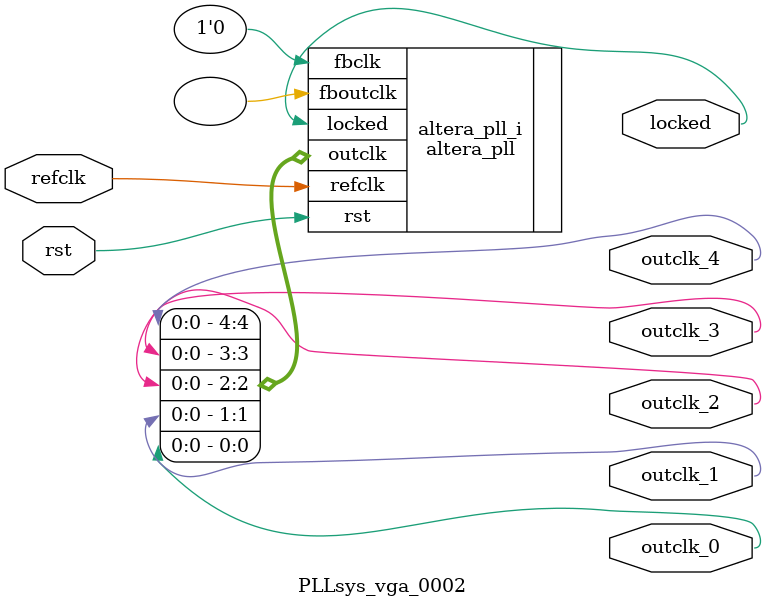
<source format=v>
`timescale 1ns/10ps
module  PLLsys_vga_0002(

	// interface 'refclk'
	input wire refclk,

	// interface 'reset'
	input wire rst,

	// interface 'outclk0'
	output wire outclk_0,

	// interface 'outclk1'
	output wire outclk_1,

	// interface 'outclk2'
	output wire outclk_2,

	// interface 'outclk3'
	output wire outclk_3,

	// interface 'outclk4'
	output wire outclk_4,

	// interface 'locked'
	output wire locked
);

	altera_pll #(
		.fractional_vco_multiplier("false"),
		.reference_clock_frequency("50.0 MHz"),
		.operation_mode("direct"),
		.number_of_clocks(5),
		.output_clock_frequency0("50.000000 MHz"),
		.phase_shift0("0 ps"),
		.duty_cycle0(50),
		.output_clock_frequency1("25.000000 MHz"),
		.phase_shift1("0 ps"),
		.duty_cycle1(50),
		.output_clock_frequency2("100.000000 MHz"),
		.phase_shift2("0 ps"),
		.duty_cycle2(50),
		.output_clock_frequency3("100.000000 MHz"),
		.phase_shift3("-3000 ps"),
		.duty_cycle3(50),
		.output_clock_frequency4("200.000000 MHz"),
		.phase_shift4("0 ps"),
		.duty_cycle4(50),
		.output_clock_frequency5("0 MHz"),
		.phase_shift5("0 ps"),
		.duty_cycle5(50),
		.output_clock_frequency6("0 MHz"),
		.phase_shift6("0 ps"),
		.duty_cycle6(50),
		.output_clock_frequency7("0 MHz"),
		.phase_shift7("0 ps"),
		.duty_cycle7(50),
		.output_clock_frequency8("0 MHz"),
		.phase_shift8("0 ps"),
		.duty_cycle8(50),
		.output_clock_frequency9("0 MHz"),
		.phase_shift9("0 ps"),
		.duty_cycle9(50),
		.output_clock_frequency10("0 MHz"),
		.phase_shift10("0 ps"),
		.duty_cycle10(50),
		.output_clock_frequency11("0 MHz"),
		.phase_shift11("0 ps"),
		.duty_cycle11(50),
		.output_clock_frequency12("0 MHz"),
		.phase_shift12("0 ps"),
		.duty_cycle12(50),
		.output_clock_frequency13("0 MHz"),
		.phase_shift13("0 ps"),
		.duty_cycle13(50),
		.output_clock_frequency14("0 MHz"),
		.phase_shift14("0 ps"),
		.duty_cycle14(50),
		.output_clock_frequency15("0 MHz"),
		.phase_shift15("0 ps"),
		.duty_cycle15(50),
		.output_clock_frequency16("0 MHz"),
		.phase_shift16("0 ps"),
		.duty_cycle16(50),
		.output_clock_frequency17("0 MHz"),
		.phase_shift17("0 ps"),
		.duty_cycle17(50),
		.pll_type("General"),
		.pll_subtype("General")
	) altera_pll_i (
		.rst	(rst),
		.outclk	({outclk_4, outclk_3, outclk_2, outclk_1, outclk_0}),
		.locked	(locked),
		.fboutclk	( ),
		.fbclk	(1'b0),
		.refclk	(refclk)
	);
endmodule


</source>
